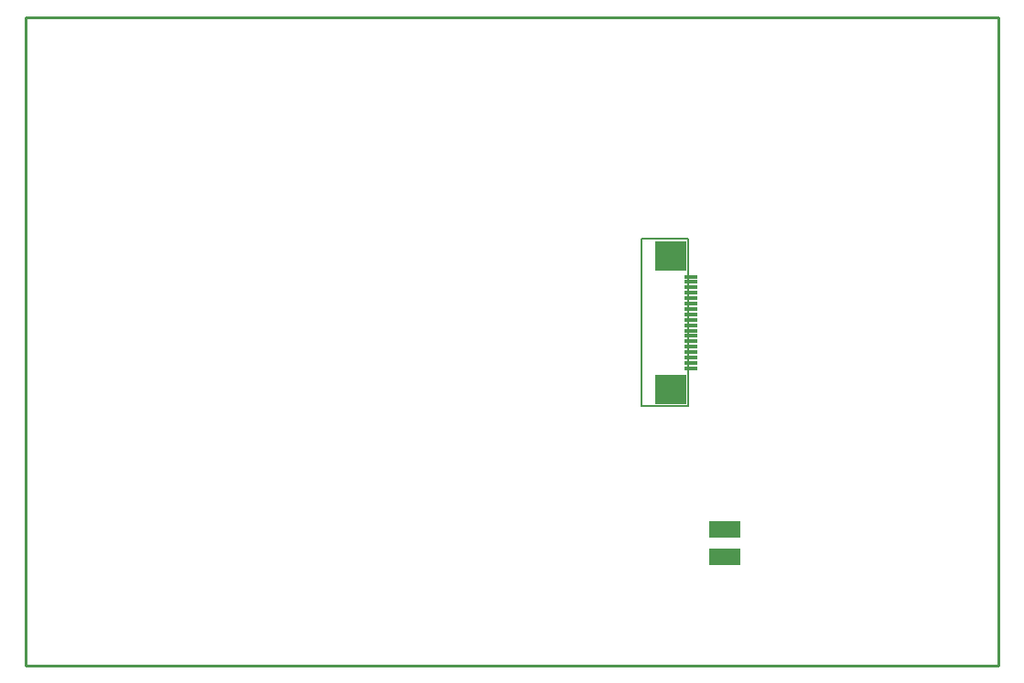
<source format=gbp>
G04*
G04 #@! TF.GenerationSoftware,Altium Limited,Altium Designer,18.1.7 (191)*
G04*
G04 Layer_Color=128*
%FSLAX25Y25*%
%MOIN*%
G70*
G01*
G75*
%ADD10C,0.01000*%
%ADD12C,0.00787*%
%ADD18R,0.11811X0.05906*%
%ADD52R,0.11811X0.10630*%
%ADD53R,0.04724X0.01181*%
D10*
X540331Y183000D02*
Y419220D01*
X186000Y183000D02*
X540331D01*
X186000D02*
Y419220D01*
X540331D01*
D12*
X410264Y277488D02*
X427193D01*
Y338512D01*
X410264D02*
X427193D01*
X410264Y277488D02*
Y338512D01*
D18*
X440500Y232500D02*
D03*
Y222500D02*
D03*
D52*
X421051Y332331D02*
D03*
Y283669D02*
D03*
D53*
X428374Y324732D02*
D03*
Y322764D02*
D03*
Y320795D02*
D03*
Y318827D02*
D03*
Y316858D02*
D03*
Y314890D02*
D03*
Y312921D02*
D03*
Y310953D02*
D03*
Y308984D02*
D03*
Y307016D02*
D03*
Y305047D02*
D03*
Y303079D02*
D03*
Y301110D02*
D03*
Y299142D02*
D03*
Y297173D02*
D03*
Y295205D02*
D03*
Y293236D02*
D03*
Y291268D02*
D03*
M02*

</source>
